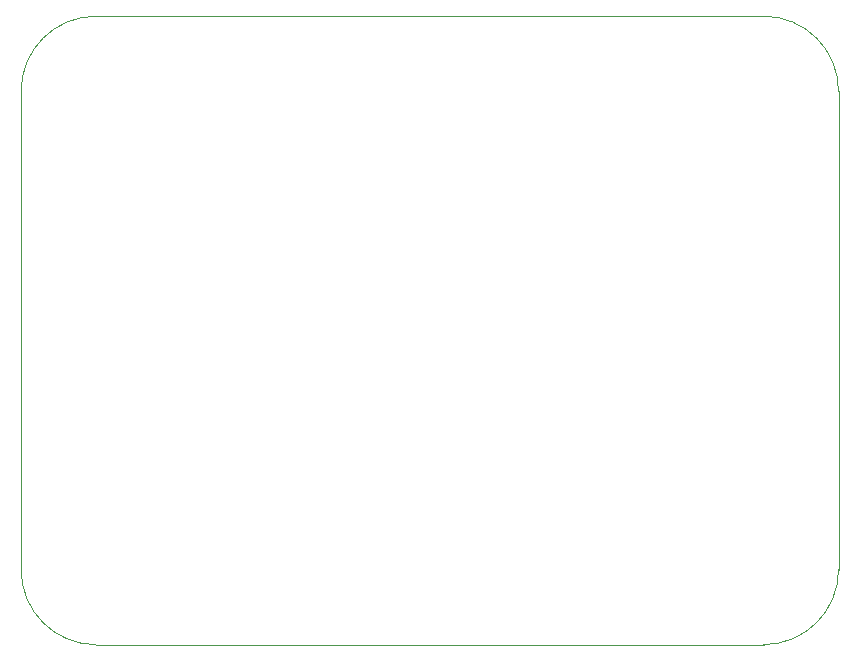
<source format=gbr>
%TF.GenerationSoftware,KiCad,Pcbnew,(5.1.9)-1*%
%TF.CreationDate,2021-07-15T19:45:24-04:00*%
%TF.ProjectId,detector_circuit_alt_LTC6254,64657465-6374-46f7-925f-636972637569,rev?*%
%TF.SameCoordinates,Original*%
%TF.FileFunction,Profile,NP*%
%FSLAX46Y46*%
G04 Gerber Fmt 4.6, Leading zero omitted, Abs format (unit mm)*
G04 Created by KiCad (PCBNEW (5.1.9)-1) date 2021-07-15 19:45:24*
%MOMM*%
%LPD*%
G01*
G04 APERTURE LIST*
%TA.AperFunction,Profile*%
%ADD10C,0.100000*%
%TD*%
G04 APERTURE END LIST*
D10*
X83820000Y-100457000D02*
G75*
G02*
X90170000Y-94107000I6350000J0D01*
G01*
X146685000Y-94107000D02*
X90170000Y-94107000D01*
X153035000Y-140970000D02*
X153035000Y-100457000D01*
X90170000Y-147320000D02*
G75*
G02*
X83820000Y-140970000I0J6350000D01*
G01*
X146685000Y-94107000D02*
G75*
G02*
X153035000Y-100457000I0J-6350000D01*
G01*
X153035000Y-140970000D02*
G75*
G02*
X146685000Y-147320000I-6350000J0D01*
G01*
X83820000Y-140970000D02*
X83820000Y-100457000D01*
X146685000Y-147320000D02*
X90170000Y-147320000D01*
M02*

</source>
